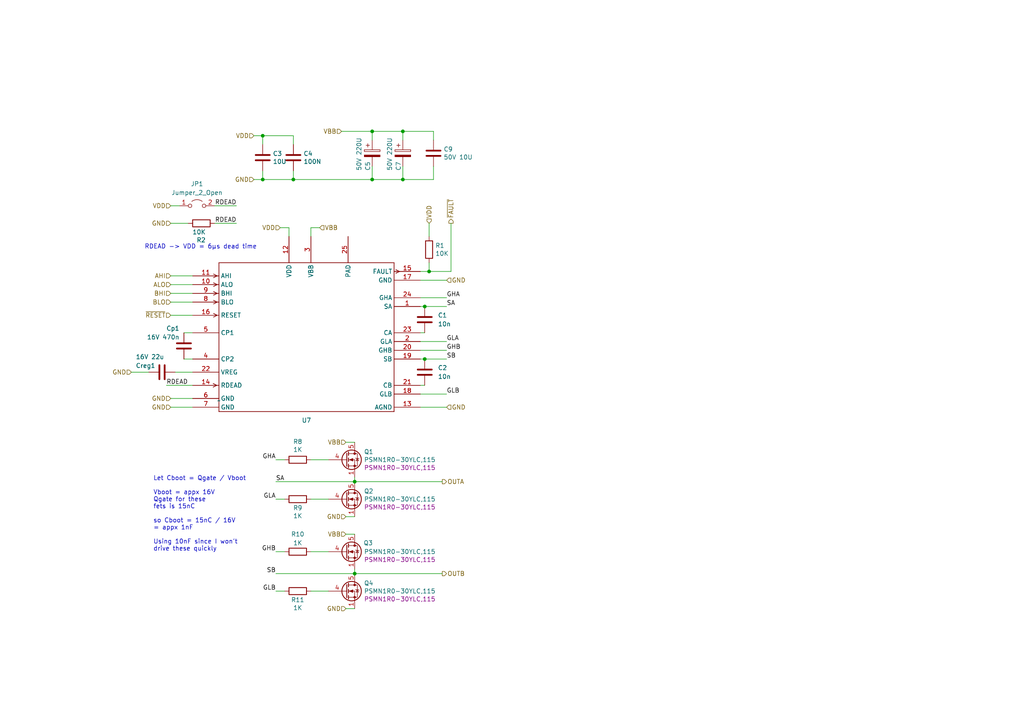
<source format=kicad_sch>
(kicad_sch (version 20230121) (generator eeschema)
  (paper "A4")
  (lib_symbols
    (symbol "DMATS_capstone:A4957"
      (property "Reference" "U" (at 1.27 45.085 0))
      (symbol "A4957_0_1"
        (polyline (pts (xy -0.635 7.62) (xy -1.6764 7.0993)) (stroke (width 0.2032)))
        (polyline (pts (xy -0.635 7.62) (xy -1.6764 8.1407)) (stroke (width 0.2032)))
        (polyline (pts (xy -0.5207 27.94) (xy -1.5621 27.4193)) (stroke (width 0.2032)))
        (polyline (pts (xy -0.5207 27.94) (xy -1.5621 28.4607)) (stroke (width 0.2032)))
        (polyline (pts (xy -0.5207 31.75) (xy -1.5621 31.2293)) (stroke (width 0.2032)))
        (polyline (pts (xy -0.5207 31.75) (xy -1.5621 32.2707)) (stroke (width 0.2032)))
        (polyline (pts (xy -0.5207 34.29) (xy -1.5621 33.7693)) (stroke (width 0.2032)))
        (polyline (pts (xy -0.5207 34.29) (xy -1.5621 34.8107)) (stroke (width 0.2032)))
        (polyline (pts (xy -0.5207 36.83) (xy -1.5621 36.3093)) (stroke (width 0.2032)))
        (polyline (pts (xy -0.5207 36.83) (xy -1.5621 37.3507)) (stroke (width 0.2032)))
        (polyline (pts (xy -0.5207 39.37) (xy -1.5621 38.8493)) (stroke (width 0.2032)))
        (polyline (pts (xy -0.5207 39.37) (xy -1.5621 39.8907)) (stroke (width 0.2032)))
        (polyline (pts (xy 0 0) (xy 50.8 0)) (stroke (width 0.2032)))
        (polyline (pts (xy 0 43.18) (xy 0 0)) (stroke (width 0.2032)))
        (polyline (pts (xy 50.8 0) (xy 50.8 43.18)) (stroke (width 0.2032)))
        (polyline (pts (xy 50.8 43.18) (xy 0 43.18)) (stroke (width 0.2032)))
        (polyline (pts (xy 51.3207 40.1193) (xy 52.3621 40.64)) (stroke (width 0.2032)))
        (polyline (pts (xy 51.3207 41.1607) (xy 52.3621 40.64)) (stroke (width 0.2032)))
        (pin unspecified line (at 58.42 30.48 180) (length 7.62) (name "SA") (number "1"))
        (pin input line (at -7.62 36.83 0) (length 7.62) (name "ALO") (number "10"))
        (pin power_in line (at 20.32 50.8 270) (length 7.62) (name "VDD") (number "12"))
        (pin power_in line (at 58.42 1.27 180) (length 7.62) (name "AGND") (number "13"))
        (pin input line (at -7.62 7.62 0) (length 7.62) (name "RDEAD") (number "14"))
        (pin output line (at 58.42 40.64 180) (length 7.62) (name "FAULT") (number "15"))
        (pin input line (at -7.62 27.94 0) (length 7.62) (name "RESET") (number "16"))
        (pin power_in line (at 58.42 38.1 180) (length 7.62) (name "GND") (number "17"))
        (pin unspecified line (at 58.42 5.08 180) (length 7.62) (name "GLB") (number "18"))
        (pin unspecified line (at 58.42 15.24 180) (length 7.62) (name "SB") (number "19"))
        (pin unspecified line (at 58.42 20.32 180) (length 7.62) (name "GLA") (number "2"))
        (pin unspecified line (at 58.42 17.78 180) (length 7.62) (name "GHB") (number "20"))
        (pin unspecified line (at 58.42 7.62 180) (length 7.62) (name "CB") (number "21"))
        (pin unspecified line (at -7.62 11.43 0) (length 7.62) (name "VREG") (number "22"))
        (pin unspecified line (at 58.42 22.86 180) (length 7.62) (name "CA") (number "23"))
        (pin unspecified line (at 58.42 33.02 180) (length 7.62) (name "GHA") (number "24"))
        (pin power_in line (at 26.67 50.8 270) (length 7.62) (name "VBB") (number "3"))
        (pin unspecified line (at -7.62 15.24 0) (length 7.62) (name "CP2") (number "4"))
        (pin unspecified line (at -7.62 22.86 0) (length 7.62) (name "CP1") (number "5"))
        (pin power_in line (at -7.62 3.81 0) (length 7.62) (name "GND") (number "6"))
        (pin power_in line (at -7.62 1.27 0) (length 7.62) (name "GND") (number "7"))
        (pin input line (at -7.62 31.75 0) (length 7.62) (name "BLO") (number "8"))
        (pin input line (at -7.62 34.29 0) (length 7.62) (name "BHI") (number "9"))
      )
      (symbol "A4957_1_1"
        (pin input line (at -7.62 39.37 0) (length 7.62) (name "AHI") (number "11"))
        (pin unspecified line (at 37.465 50.8 270) (length 7.62) (name "PAD") (number "25"))
      )
    )
    (symbol "Device:C" (pin_numbers hide) (pin_names (offset 0.254))
      (property "Reference" "C" (at 0.635 2.54 0))
      (property "Value" "C" (at 0.635 -2.54 0))
      (symbol "C_0_1"
        (polyline (pts (xy -2.032 -0.762) (xy 2.032 -0.762)) (stroke (width 0.508)))
        (polyline (pts (xy -2.032 0.762) (xy 2.032 0.762)) (stroke (width 0.508)))
      )
      (symbol "C_1_1"
        (pin passive line (at 0 3.81 270) (length 2.794) (name "~") (number "1"))
        (pin passive line (at 0 -3.81 90) (length 2.794) (name "~") (number "2"))
      )
    )
    (symbol "Device:CP" (pin_numbers hide) (pin_names (offset 0.254))
      (property "Reference" "C" (at 0.635 2.54 0))
      (property "Value" "Device_CP" (at 0.635 -2.54 0))
      (symbol "CP_0_1"
        (rectangle (start -2.286 0.508) (end 2.286 1.016))
        (polyline (pts (xy -1.778 2.286) (xy -0.762 2.286)))
        (polyline (pts (xy -1.27 2.794) (xy -1.27 1.778)))
        (rectangle (start 2.286 -0.508) (end -2.286 -1.016) (fill (type outline)))
      )
      (symbol "CP_1_1"
        (pin passive line (at 0 3.81 270) (length 2.794) (name "~") (number "1"))
        (pin passive line (at 0 -3.81 90) (length 2.794) (name "~") (number "2"))
      )
    )
    (symbol "Device:R" (pin_numbers hide) (pin_names (offset 0))
      (property "Reference" "R" (at 2.032 0 90))
      (property "Value" "R" (at 0 0 90))
      (symbol "R_0_1"
        (rectangle (start -1.016 -2.54) (end 1.016 2.54) (stroke (width 0.254)))
      )
      (symbol "R_1_1"
        (pin passive line (at 0 3.81 270) (length 1.27) (name "~") (number "1"))
        (pin passive line (at 0 -3.81 90) (length 1.27) (name "~") (number "2"))
      )
    )
    (symbol "Jumper:Jumper_2_Open" (pin_names (offset 0) hide)
      (property "Reference" "JP" (at 0 2.794 0))
      (property "Value" "Jumper_2_Open" (at 0 -2.286 0))
      (symbol "Jumper_2_Open_0_0"
        (circle (center -2.032 0) (radius 0.508))
        (circle (center 2.032 0) (radius 0.508))
      )
      (symbol "Jumper_2_Open_0_1"
        (arc (start 1.524 1.27) (mid 0 1.778) (end -1.524 1.27))
      )
      (symbol "Jumper_2_Open_1_1"
        (pin passive line (at -5.08 0 0) (length 2.54) (name "A") (number "1"))
        (pin passive line (at 5.08 0 180) (length 2.54) (name "B") (number "2"))
      )
    )
    (symbol "william_fets:PSMN1R0-30YLC,115" (pin_names (offset 0) hide)
      (property "Reference" "Q" (at 5.08 1.27 0))
      (property "Value" "william_fets_PSMN1R0-30YLC,115" (at 5.08 -1.27 0))
      (symbol "PSMN1R0-30YLC,115_0_1"
        (polyline (pts (xy 0.0508 0) (xy 0.254 0)))
        (polyline (pts (xy 0.762 -1.778) (xy 2.54 -1.778)))
        (polyline (pts (xy 0.762 -1.27) (xy 0.762 -2.286)) (stroke (width 0.254)))
        (polyline (pts (xy 0.762 0) (xy 2.54 0)))
        (polyline (pts (xy 0.762 0.508) (xy 0.762 -0.508)) (stroke (width 0.254)))
        (polyline (pts (xy 0.762 1.778) (xy 2.54 1.778)))
        (polyline (pts (xy 0.762 2.286) (xy 0.762 1.27)) (stroke (width 0.254)))
        (polyline (pts (xy 2.54 -1.778) (xy 2.54 -2.54)))
        (polyline (pts (xy 2.54 -1.778) (xy 2.54 0)))
        (polyline (pts (xy 2.54 2.54) (xy 2.54 1.778)))
        (polyline (pts (xy 0.254 1.905) (xy 0.254 -1.905) (xy 0.254 -1.905)) (stroke (width 0.254)))
        (polyline (pts (xy 1.016 0) (xy 2.032 0.381) (xy 2.032 -0.381) (xy 1.016 0)) (fill (type outline)))
        (polyline (pts (xy 2.54 -1.778) (xy 3.302 -1.778) (xy 3.302 1.778) (xy 2.54 1.778)))
        (polyline (pts (xy 2.794 0.508) (xy 2.921 0.381) (xy 3.683 0.381) (xy 3.81 0.254)))
        (polyline (pts (xy 3.302 0.381) (xy 2.921 -0.254) (xy 3.683 -0.254) (xy 3.302 0.381)))
        (circle (center 1.651 0) (radius 2.8194) (stroke (width 0.254)))
        (circle (center 2.54 -1.778) (radius 0.2794) (fill (type outline)))
        (circle (center 2.54 1.778) (radius 0.2794) (fill (type outline)))
      )
      (symbol "PSMN1R0-30YLC,115_1_1"
        (pin passive line (at 2.54 -5.08 90) (length 2.54) (name "S") (number "1"))
        (pin passive line (at 2.54 -5.08 90) (length 2.54) hide (name "S") (number "2"))
        (pin passive line (at 2.54 -5.08 90) (length 2.54) hide (name "S") (number "3"))
        (pin input line (at -5.08 0 0) (length 5.08) (name "G") (number "4"))
        (pin passive line (at 2.54 5.08 270) (length 2.54) (name "D") (number "5"))
      )
    )
  )
  (junction (at 123.19 104.14))
  (junction (at 102.87 139.7))
  (junction (at 76.2 39.37))
  (junction (at 102.87 166.37))
  (junction (at 107.95 38.1))
  (junction (at 116.84 52.07))
  (junction (at 116.84 38.1))
  (junction (at 107.95 52.07))
  (junction (at 123.19 88.9))
  (junction (at 85.09 52.07))
  (junction (at 76.2 52.07))
  (junction (at 124.46 78.74))
  (wire (pts (xy 76.2 52.07) (xy 85.09 52.07)))
  (wire (pts (xy 49.53 118.11) (xy 55.88 118.11)))
  (wire (pts (xy 116.84 40.64) (xy 116.84 38.1)))
  (wire (pts (xy 62.23 64.77) (xy 68.58 64.77)))
  (wire (pts (xy 125.73 52.07) (xy 125.73 48.26)))
  (wire (pts (xy 80.01 166.37) (xy 102.87 166.37)))
  (wire (pts (xy 80.01 144.78) (xy 82.55 144.78)))
  (wire (pts (xy 49.53 87.63) (xy 55.88 87.63)))
  (wire (pts (xy 121.92 99.06) (xy 129.54 99.06)))
  (wire (pts (xy 85.09 41.91) (xy 85.09 39.37)))
  (wire (pts (xy 102.87 165.1) (xy 102.87 166.37)))
  (wire (pts (xy 80.01 133.35) (xy 82.55 133.35)))
  (wire (pts (xy 116.84 48.26) (xy 116.84 52.07)))
  (wire (pts (xy 90.17 160.02) (xy 95.25 160.02)))
  (wire (pts (xy 116.84 52.07) (xy 125.73 52.07)))
  (wire (pts (xy 124.46 64.77) (xy 124.46 68.58)))
  (wire (pts (xy 49.53 91.44) (xy 55.88 91.44)))
  (wire (pts (xy 124.46 78.74) (xy 121.92 78.74)))
  (wire (pts (xy 121.92 118.11) (xy 129.54 118.11)))
  (wire (pts (xy 76.2 39.37) (xy 73.66 39.37)))
  (wire (pts (xy 121.92 114.3) (xy 129.54 114.3)))
  (wire (pts (xy 80.01 139.7) (xy 102.87 139.7)))
  (wire (pts (xy 116.84 38.1) (xy 107.95 38.1)))
  (wire (pts (xy 121.92 86.36) (xy 129.54 86.36)))
  (wire (pts (xy 124.46 78.74) (xy 130.81 78.74)))
  (wire (pts (xy 49.53 82.55) (xy 55.88 82.55)))
  (wire (pts (xy 90.17 66.04) (xy 90.17 68.58)))
  (wire (pts (xy 43.18 107.95) (xy 38.1 107.95)))
  (wire (pts (xy 130.81 64.77) (xy 130.81 78.74)))
  (wire (pts (xy 76.2 49.53) (xy 76.2 52.07)))
  (wire (pts (xy 85.09 39.37) (xy 76.2 39.37)))
  (wire (pts (xy 123.19 104.14) (xy 129.54 104.14)))
  (wire (pts (xy 73.66 52.07) (xy 76.2 52.07)))
  (wire (pts (xy 85.09 52.07) (xy 85.09 49.53)))
  (wire (pts (xy 123.19 88.9) (xy 129.54 88.9)))
  (wire (pts (xy 100.33 154.94) (xy 102.87 154.94)))
  (wire (pts (xy 92.71 66.04) (xy 90.17 66.04)))
  (wire (pts (xy 100.33 176.53) (xy 102.87 176.53)))
  (wire (pts (xy 90.17 171.45) (xy 95.25 171.45)))
  (wire (pts (xy 48.26 111.76) (xy 55.88 111.76)))
  (wire (pts (xy 49.53 115.57) (xy 55.88 115.57)))
  (wire (pts (xy 107.95 52.07) (xy 116.84 52.07)))
  (wire (pts (xy 102.87 166.37) (xy 128.27 166.37)))
  (wire (pts (xy 55.88 96.52) (xy 53.34 96.52)))
  (wire (pts (xy 83.82 66.04) (xy 83.82 68.58)))
  (wire (pts (xy 102.87 138.43) (xy 102.87 139.7)))
  (wire (pts (xy 121.92 104.14) (xy 123.19 104.14)))
  (wire (pts (xy 49.53 85.09) (xy 55.88 85.09)))
  (wire (pts (xy 100.33 128.27) (xy 102.87 128.27)))
  (wire (pts (xy 55.88 104.14) (xy 53.34 104.14)))
  (wire (pts (xy 102.87 139.7) (xy 128.27 139.7)))
  (wire (pts (xy 107.95 48.26) (xy 107.95 52.07)))
  (wire (pts (xy 121.92 88.9) (xy 123.19 88.9)))
  (wire (pts (xy 76.2 41.91) (xy 76.2 39.37)))
  (wire (pts (xy 90.17 133.35) (xy 95.25 133.35)))
  (wire (pts (xy 125.73 40.64) (xy 125.73 38.1)))
  (wire (pts (xy 49.53 64.77) (xy 54.61 64.77)))
  (wire (pts (xy 121.92 96.52) (xy 123.19 96.52)))
  (wire (pts (xy 125.73 38.1) (xy 116.84 38.1)))
  (wire (pts (xy 121.92 111.76) (xy 123.19 111.76)))
  (wire (pts (xy 90.17 144.78) (xy 95.25 144.78)))
  (wire (pts (xy 129.54 81.28) (xy 121.92 81.28)))
  (wire (pts (xy 49.53 80.01) (xy 55.88 80.01)))
  (wire (pts (xy 49.53 59.69) (xy 52.07 59.69)))
  (wire (pts (xy 85.09 52.07) (xy 107.95 52.07)))
  (wire (pts (xy 81.28 66.04) (xy 83.82 66.04)))
  (wire (pts (xy 100.33 149.86) (xy 102.87 149.86)))
  (wire (pts (xy 50.8 107.95) (xy 55.88 107.95)))
  (wire (pts (xy 80.01 160.02) (xy 82.55 160.02)))
  (wire (pts (xy 80.01 171.45) (xy 82.55 171.45)))
  (wire (pts (xy 62.23 59.69) (xy 68.58 59.69)))
  (wire (pts (xy 107.95 40.64) (xy 107.95 38.1)))
  (wire (pts (xy 124.46 76.2) (xy 124.46 78.74)))
  (wire (pts (xy 121.92 101.6) (xy 129.54 101.6)))
  (wire (pts (xy 107.95 38.1) (xy 99.06 38.1)))
  (text "Let Cboot = Qgate / Vboot\n\nVboot = appx 16V\nQgate for these \nfets is 15nC\n\nso Cboot = 15nC / 16V \n= appx 1nF\n\nUsing 10nF since I won't \ndrive these quickly" (at 44.45 160.02 0) (effects (font (size 1.27 1.27)) (justify left bottom)))
  (text "RDEAD -> VDD = 6µs dead time" (at 41.91 72.39 0) (effects (font (size 1.27 1.27)) (justify left bottom)))
  (label "GHA" (at 80.01 133.35 180))
  (label "GHB" (at 129.54 101.6 0))
  (label "RDEAD" (at 68.58 59.69 180))
  (label "GLB" (at 80.01 171.45 180))
  (label "SA" (at 80.01 139.7 0))
  (label "RDEAD" (at 68.58 64.77 180))
  (label "GHB" (at 80.01 160.02 180))
  (label "GLA" (at 80.01 144.78 180))
  (label "GHA" (at 129.54 86.36 0))
  (label "RDEAD" (at 48.26 111.76 0))
  (label "SB" (at 80.01 166.37 180))
  (label "SB" (at 129.54 104.14 0))
  (label "SA" (at 129.54 88.9 0))
  (label "GLA" (at 129.54 99.06 0))
  (label "GLB" (at 129.54 114.3 0))
  (hierarchical_label "VDD" (shape input) (at 124.46 64.77 90))
  (hierarchical_label "GND" (shape input) (at 129.54 118.11 0))
  (hierarchical_label "OUTB" (shape output) (at 128.27 166.37 0))
  (hierarchical_label "GND" (shape input) (at 49.53 118.11 180))
  (hierarchical_label "AHI" (shape input) (at 49.53 80.01 180))
  (hierarchical_label "VBB" (shape input) (at 100.33 128.27 180))
  (hierarchical_label "OUTA" (shape output) (at 128.27 139.7 0))
  (hierarchical_label "GND" (shape input) (at 38.1 107.95 180))
  (hierarchical_label "GND" (shape input) (at 129.54 81.28 0))
  (hierarchical_label "BLO" (shape input) (at 49.53 87.63 180))
  (hierarchical_label "VBB" (shape input) (at 99.06 38.1 180))
  (hierarchical_label "BHI" (shape input) (at 49.53 85.09 180))
  (hierarchical_label "~{RESET}" (shape input) (at 49.53 91.44 180))
  (hierarchical_label "GND" (shape input) (at 73.66 52.07 180))
  (hierarchical_label "VBB" (shape input) (at 100.33 154.94 180))
  (hierarchical_label "VDD" (shape input) (at 49.53 59.69 180))
  (hierarchical_label "VDD" (shape input) (at 81.28 66.04 180))
  (hierarchical_label "VBB" (shape input) (at 92.71 66.04 0))
  (hierarchical_label "GND" (shape input) (at 49.53 115.57 180))
  (hierarchical_label "~{FAULT}" (shape output) (at 130.81 64.77 90))
  (hierarchical_label "GND" (shape input) (at 100.33 149.86 180))
  (hierarchical_label "GND" (shape input) (at 100.33 176.53 180))
  (hierarchical_label "GND" (shape input) (at 49.53 64.77 180))
  (hierarchical_label "VDD" (shape input) (at 73.66 39.37 180))
  (hierarchical_label "ALO" (shape input) (at 49.53 82.55 180))
  (symbol (lib_id "Device:C") (at 76.2 45.72 0) (mirror y) (unit 1)
    (property "Reference" "C3" (at 79.121 44.5516 0) (effects (justify right)))
    (property "Value" "10U" (at 79.121 46.863 0) (effects (justify right)))
    (property "Footprint" "Capacitor_SMD:C_0805_2012Metric" (effects hide))
  )
  (symbol (lib_id "Device:C") (at 85.09 45.72 0) (mirror y) (unit 1)
    (property "Reference" "C4" (at 88.011 44.5516 0) (effects (justify right)))
    (property "Value" "100N" (at 88.011 46.863 0) (effects (justify right)))
    (property "Footprint" "Capacitor_SMD:C_0603_1608Metric" (effects hide))
  )
  (symbol (lib_id "Device:R") (at 86.36 144.78 90) (mirror x) (unit 1)
    (property "Reference" "R9" (at 86.36 147.32 90))
    (property "Value" "1K" (at 86.36 149.6314 90))
    (property "Footprint" "Resistor_SMD:R_0603_1608Metric" (effects hide))
  )
  (symbol (lib_id "Device:R") (at 86.36 133.35 90) (mirror x) (unit 1)
    (property "Reference" "R8" (at 86.36 128.0922 90))
    (property "Value" "1K" (at 86.36 130.4036 90))
    (property "Footprint" "Resistor_SMD:R_0603_1608Metric" (effects hide))
  )
  (symbol (lib_id "Device:R") (at 86.36 171.45 90) (mirror x) (unit 1)
    (property "Reference" "R11" (at 86.36 173.99 90))
    (property "Value" "1K" (at 86.36 176.3014 90))
    (property "Footprint" "Resistor_SMD:R_0603_1608Metric" (effects hide))
  )
  (symbol (lib_id "Device:R") (at 86.36 160.02 90) (mirror x) (unit 1)
    (property "Reference" "R10" (at 86.36 154.94 90))
    (property "Value" "1K" (at 86.36 157.48 90))
    (property "Footprint" "Resistor_SMD:R_0603_1608Metric" (effects hide))
  )
  (symbol (lib_id "Device:C") (at 125.73 44.45 0) (unit 1)
    (property "Reference" "C9" (at 128.651 43.2816 0) (effects (justify left)))
    (property "Value" "50V 10U" (at 128.651 45.593 0) (effects (justify left)))
    (property "Footprint" "Capacitor_SMD:C_0805_2012Metric" (effects hide))
  )
  (symbol (lib_id "Device:CP") (at 107.95 44.45 0) (unit 1)
    (property "Reference" "C5" (at 106.68 49.53 90) (effects (justify left)))
    (property "Value" "50V 220U" (at 104.14 49.53 90) (effects (justify left)))
    (property "Footprint" "Capacitor_SMD:CP_Elec_10x10" (effects hide))
  )
  (symbol (lib_id "Device:CP") (at 116.84 44.45 0) (unit 1)
    (property "Reference" "C7" (at 115.57 49.53 90) (effects (justify left)))
    (property "Value" "50V 220U" (at 113.03 49.53 90) (effects (justify left)))
    (property "Footprint" "Capacitor_SMD:CP_Elec_10x10" (effects hide))
  )
  (symbol (lib_id "william_fets:PSMN1R0-30YLC,115") (at 100.33 133.35 0) (unit 1)
    (property "Reference" "Q1" (at 105.5624 131.0386 0) (effects (justify left)))
    (property "Value" "PSMN1R0-30YLC,115" (at 105.5624 133.35 0) (effects (justify left)))
    (property "Footprint" "Package_TO_SOT_SMD:LFPAK56" (effects hide))
    (property "Datasheet" "https://assets.nexperia.com/documents/data-sheet/PSMN1R0-30YLC.pdf" (effects hide))
    (property "MPN" "PSMN1R0-30YLC,115" (at 105.5624 135.6614 0) (effects (justify left)))
  )
  (symbol (lib_id "william_fets:PSMN1R0-30YLC,115") (at 100.33 144.78 0) (unit 1)
    (property "Reference" "Q2" (at 105.5624 142.4686 0) (effects (justify left)))
    (property "Value" "PSMN1R0-30YLC,115" (at 105.5624 144.78 0) (effects (justify left)))
    (property "Footprint" "Package_TO_SOT_SMD:LFPAK56" (effects hide))
    (property "Datasheet" "https://assets.nexperia.com/documents/data-sheet/PSMN1R0-30YLC.pdf" (effects hide))
    (property "MPN" "PSMN1R0-30YLC,115" (at 105.5624 147.0914 0) (effects (justify left)))
  )
  (symbol (lib_id "william_fets:PSMN1R0-30YLC,115") (at 100.33 160.02 0) (unit 1)
    (property "Reference" "Q3" (at 105.41 157.48 0) (effects (justify left)))
    (property "Value" "PSMN1R0-30YLC,115" (at 105.5624 160.02 0) (effects (justify left)))
    (property "Footprint" "Package_TO_SOT_SMD:LFPAK56" (effects hide))
    (property "Datasheet" "https://assets.nexperia.com/documents/data-sheet/PSMN1R0-30YLC.pdf" (effects hide))
    (property "MPN" "PSMN1R0-30YLC,115" (at 105.5624 162.3314 0) (effects (justify left)))
  )
  (symbol (lib_id "william_fets:PSMN1R0-30YLC,115") (at 100.33 171.45 0) (unit 1)
    (property "Reference" "Q4" (at 105.5624 169.1386 0) (effects (justify left)))
    (property "Value" "PSMN1R0-30YLC,115" (at 105.5624 171.45 0) (effects (justify left)))
    (property "Footprint" "Package_TO_SOT_SMD:LFPAK56" (effects hide))
    (property "Datasheet" "https://assets.nexperia.com/documents/data-sheet/PSMN1R0-30YLC.pdf" (effects hide))
    (property "MPN" "PSMN1R0-30YLC,115" (at 105.5624 173.7614 0) (effects (justify left)))
  )
  (symbol (lib_id "Device:C") (at 123.19 107.95 0) (unit 1)
    (property "Reference" "C2" (at 127 106.68 0) (effects (justify left)))
    (property "Value" "10n" (at 127 109.22 0) (effects (justify left)))
    (property "Footprint" "Capacitor_SMD:C_0603_1608Metric" (effects hide))
  )
  (symbol (lib_id "Jumper:Jumper_2_Open") (at 57.15 59.69 0) (unit 1)
    (property "Reference" "JP1" (at 57.15 53.34 0))
    (property "Value" "Jumper_2_Open" (at 57.15 55.88 0))
    (property "Footprint" "Resistor_SMD:R_0603_1608Metric" (effects hide))
  )
  (symbol (lib_id "Device:R") (at 58.42 64.77 90) (unit 1)
    (property "Reference" "R2" (at 59.69 69.6214 90) (effects (justify left)))
    (property "Value" "10K" (at 59.69 67.31 90) (effects (justify left)))
    (property "Footprint" "Resistor_SMD:R_0603_1608Metric" (effects hide))
  )
  (symbol (lib_id "Device:C") (at 53.34 100.33 0) (mirror x) (unit 1)
    (property "Reference" "Cp1" (at 52.07 95.25 0) (effects (justify right)))
    (property "Value" "16V 470n" (at 52.07 97.79 0) (effects (justify right)))
    (property "Footprint" "Capacitor_SMD:C_0805_2012Metric" (effects hide))
  )
  (symbol (lib_id "Device:R") (at 124.46 72.39 0) (unit 1)
    (property "Reference" "R1" (at 126.238 71.2216 0) (effects (justify left)))
    (property "Value" "10K" (at 126.238 73.533 0) (effects (justify left)))
    (property "Footprint" "Resistor_SMD:R_0603_1608Metric" (effects hide))
  )
  (symbol (lib_id "DMATS_capstone:A4957") (at 63.5 119.38 0) (unit 1)
    (property "Reference" "U7" (at 88.9 121.92 0))
    (property "Value" "~" (at 63.5 116.205 0))
    (property "Footprint" "Package_DFN_QFN:HVQFN-24-1EP_4x4mm_P0.5mm_EP2.6x2.6mm_ThermalVias" (effects hide))
  )
  (symbol (lib_id "Device:C") (at 123.19 92.71 0) (unit 1)
    (property "Reference" "C1" (at 127 91.44 0) (effects (justify left)))
    (property "Value" "10n" (at 127 93.98 0) (effects (justify left)))
    (property "Footprint" "Capacitor_SMD:C_0603_1608Metric" (effects hide))
  )
  (symbol (lib_id "Device:C") (at 46.99 107.95 270) (mirror x) (unit 1)
    (property "Reference" "Creg1" (at 45.085 106.045 90) (effects (justify right)))
    (property "Value" "16V 22u" (at 47.625 103.505 90) (effects (justify right)))
    (property "Footprint" "Capacitor_SMD:C_0805_2012Metric" (effects hide))
  )
)
</source>
